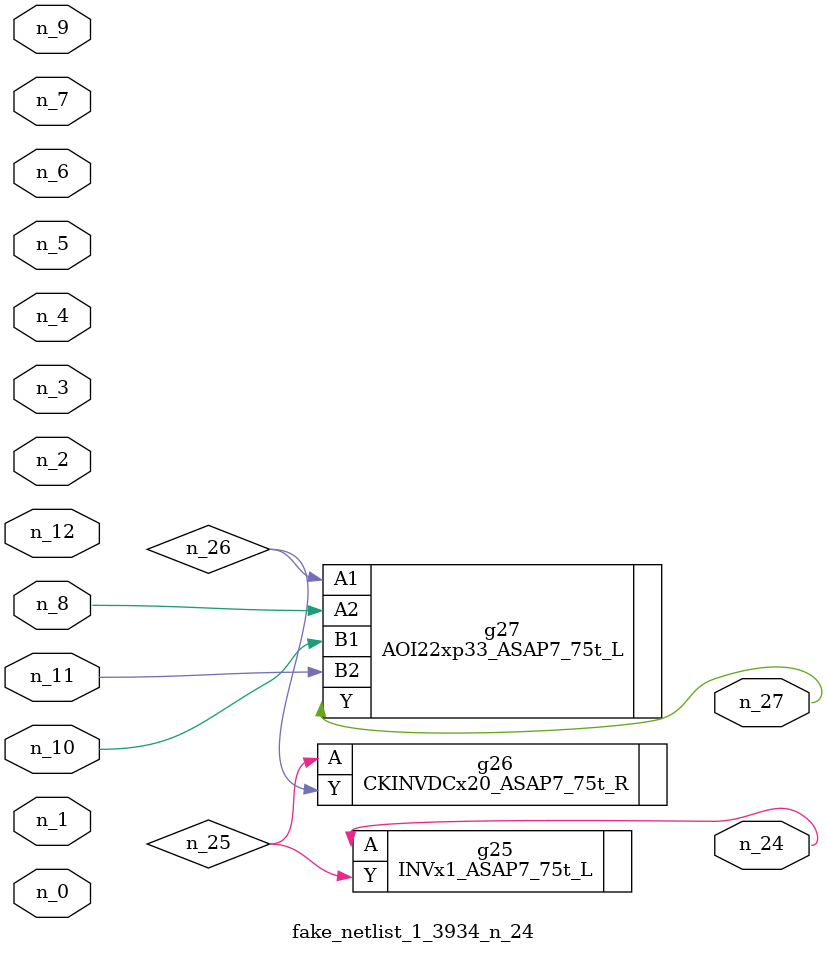
<source format=v>
module fake_netlist_1_3934_n_24 (n_9, n_10, n_4, n_2, n_12, n_11, n_6, n_7, n_1, n_8, n_3, n_5, n_0, n_24, n_27);
input n_9;
input n_10;
input n_4;
input n_2;
input n_12;
input n_11;
input n_6;
input n_7;
input n_1;
input n_8;
input n_3;
input n_5;
input n_0;
output n_24;
output n_27;
wire n_20;
wire n_12;
wire n_7;
wire n_1;
wire n_16;
wire n_22;
wire n_3;
wire n_19;
wire n_10;
wire n_25;
wire n_9;
wire n_13;
wire n_26;
wire n_11;
wire n_0;
wire n_4;
wire n_24;
wire n_6;
wire n_8;
wire n_15;
wire n_21;
wire n_2;
wire n_18;
wire n_17;
wire n_5;
wire n_14;
CKINVDCx16_ASAP7_75t_R g13 ( .A(n_0), .Y(n_13) );
NAND2xp5_ASAP7_75t_SL g14 ( .A(n_12), .B(n_4), .Y(n_14) );
NAND2xp5_ASAP7_75t_L g15 ( .A(n_0), .B(n_1), .Y(n_15) );
INVx1_ASAP7_75t_L g16 ( .A(n_9), .Y(n_16) );
INVx1_ASAP7_75t_L g17 ( .A(n_7), .Y(n_17) );
AOI22xp5_ASAP7_75t_L g18 ( .A1(n_13), .A2(n_15), .B1(n_16), .B2(n_17), .Y(n_18) );
AND2x2_ASAP7_75t_L g19 ( .A(n_14), .B(n_2), .Y(n_19) );
INVx1_ASAP7_75t_L g20 ( .A(n_19), .Y(n_20) );
AND2x2_ASAP7_75t_L g21 ( .A(n_20), .B(n_18), .Y(n_21) );
AND2x2_ASAP7_75t_L g22 ( .A(n_21), .B(n_14), .Y(n_22) );
AOI22xp33_ASAP7_75t_L g23 ( .A1(n_22), .A2(n_3), .B1(n_5), .B2(n_6), .Y(n_23) );
UNKNOWN g24 ( );
INVx1_ASAP7_75t_L g25 ( .A(n_24), .Y(n_25) );
CKINVDCx20_ASAP7_75t_R g26 ( .A(n_25), .Y(n_26) );
AOI22xp33_ASAP7_75t_L g27 ( .A1(n_26), .A2(n_8), .B1(n_10), .B2(n_11), .Y(n_27) );
endmodule
</source>
